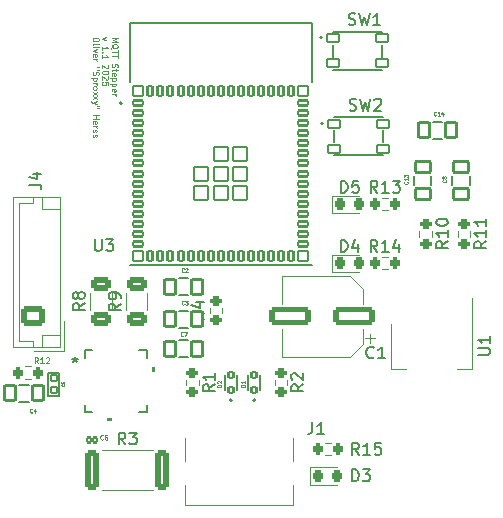
<source format=gto>
G04 #@! TF.GenerationSoftware,KiCad,Pcbnew,7.0.6*
G04 #@! TF.CreationDate,2025-04-22T09:08:53+02:00*
G04 #@! TF.ProjectId,Stepper ESPother3v3reg,53746570-7065-4722-9045-53506f746865,rev?*
G04 #@! TF.SameCoordinates,Original*
G04 #@! TF.FileFunction,Legend,Top*
G04 #@! TF.FilePolarity,Positive*
%FSLAX46Y46*%
G04 Gerber Fmt 4.6, Leading zero omitted, Abs format (unit mm)*
G04 Created by KiCad (PCBNEW 7.0.6) date 2025-04-22 09:08:53*
%MOMM*%
%LPD*%
G01*
G04 APERTURE LIST*
G04 Aperture macros list*
%AMRoundRect*
0 Rectangle with rounded corners*
0 $1 Rounding radius*
0 $2 $3 $4 $5 $6 $7 $8 $9 X,Y pos of 4 corners*
0 Add a 4 corners polygon primitive as box body*
4,1,4,$2,$3,$4,$5,$6,$7,$8,$9,$2,$3,0*
0 Add four circle primitives for the rounded corners*
1,1,$1+$1,$2,$3*
1,1,$1+$1,$4,$5*
1,1,$1+$1,$6,$7*
1,1,$1+$1,$8,$9*
0 Add four rect primitives between the rounded corners*
20,1,$1+$1,$2,$3,$4,$5,0*
20,1,$1+$1,$4,$5,$6,$7,0*
20,1,$1+$1,$6,$7,$8,$9,0*
20,1,$1+$1,$8,$9,$2,$3,0*%
G04 Aperture macros list end*
%ADD10C,0.062500*%
%ADD11C,0.150000*%
%ADD12C,0.080000*%
%ADD13C,0.125000*%
%ADD14C,0.098425*%
%ADD15C,0.060000*%
%ADD16C,0.152400*%
%ADD17C,0.120000*%
%ADD18C,0.200000*%
%ADD19C,0.127000*%
%ADD20C,0.010000*%
%ADD21R,0.762000X0.254000*%
%ADD22R,0.254000X0.762000*%
%ADD23R,3.800000X3.800000*%
%ADD24R,1.500000X2.000000*%
%ADD25R,3.800000X2.000000*%
%ADD26RoundRect,0.102000X0.450000X0.650000X-0.450000X0.650000X-0.450000X-0.650000X0.450000X-0.650000X0*%
%ADD27RoundRect,0.200000X0.200000X0.275000X-0.200000X0.275000X-0.200000X-0.275000X0.200000X-0.275000X0*%
%ADD28RoundRect,0.250000X0.625000X-0.312500X0.625000X0.312500X-0.625000X0.312500X-0.625000X-0.312500X0*%
%ADD29RoundRect,0.102000X-0.190000X-0.200000X0.190000X-0.200000X0.190000X0.200000X-0.190000X0.200000X0*%
%ADD30RoundRect,0.102000X-0.450000X-0.650000X0.450000X-0.650000X0.450000X0.650000X-0.450000X0.650000X0*%
%ADD31RoundRect,0.200000X-0.275000X0.200000X-0.275000X-0.200000X0.275000X-0.200000X0.275000X0.200000X0*%
%ADD32RoundRect,0.250000X0.725000X-0.600000X0.725000X0.600000X-0.725000X0.600000X-0.725000X-0.600000X0*%
%ADD33O,1.950000X1.700000*%
%ADD34RoundRect,0.102000X0.650000X-0.450000X0.650000X0.450000X-0.650000X0.450000X-0.650000X-0.450000X0*%
%ADD35RoundRect,0.218750X-0.218750X-0.256250X0.218750X-0.256250X0.218750X0.256250X-0.218750X0.256250X0*%
%ADD36RoundRect,0.102000X-0.400000X-0.200000X0.400000X-0.200000X0.400000X0.200000X-0.400000X0.200000X0*%
%ADD37RoundRect,0.102000X-0.200000X-0.400000X0.200000X-0.400000X0.200000X0.400000X-0.200000X0.400000X0*%
%ADD38RoundRect,0.102000X-0.600000X-0.600000X0.600000X-0.600000X0.600000X0.600000X-0.600000X0.600000X0*%
%ADD39RoundRect,0.102000X-0.400000X-0.400000X0.400000X-0.400000X0.400000X0.400000X-0.400000X0.400000X0*%
%ADD40RoundRect,0.102000X-0.525000X-0.325000X0.525000X-0.325000X0.525000X0.325000X-0.525000X0.325000X0*%
%ADD41RoundRect,0.250000X-0.362500X-1.425000X0.362500X-1.425000X0.362500X1.425000X-0.362500X1.425000X0*%
%ADD42RoundRect,0.200000X-0.200000X-0.275000X0.200000X-0.275000X0.200000X0.275000X-0.200000X0.275000X0*%
%ADD43C,0.650000*%
%ADD44R,0.600000X1.240000*%
%ADD45R,0.300000X1.240000*%
%ADD46O,1.000000X2.100000*%
%ADD47O,1.000000X1.800000*%
%ADD48RoundRect,0.102000X0.200000X-0.240000X0.200000X0.240000X-0.200000X0.240000X-0.200000X-0.240000X0*%
%ADD49RoundRect,0.250000X1.500000X0.550000X-1.500000X0.550000X-1.500000X-0.550000X1.500000X-0.550000X0*%
%ADD50RoundRect,0.102000X-0.250000X0.250000X-0.250000X-0.250000X0.250000X-0.250000X0.250000X0.250000X0*%
G04 APERTURE END LIST*
D10*
X99674440Y-42410165D02*
X100174440Y-42410165D01*
X100174440Y-42410165D02*
X99817297Y-42576832D01*
X99817297Y-42576832D02*
X100174440Y-42743498D01*
X100174440Y-42743498D02*
X99674440Y-42743498D01*
X99626821Y-43314927D02*
X99650630Y-43267308D01*
X99650630Y-43267308D02*
X99698250Y-43219689D01*
X99698250Y-43219689D02*
X99769678Y-43148261D01*
X99769678Y-43148261D02*
X99793488Y-43100642D01*
X99793488Y-43100642D02*
X99793488Y-43053023D01*
X99674440Y-43076832D02*
X99698250Y-43029213D01*
X99698250Y-43029213D02*
X99745869Y-42981594D01*
X99745869Y-42981594D02*
X99841107Y-42957785D01*
X99841107Y-42957785D02*
X100007773Y-42957785D01*
X100007773Y-42957785D02*
X100103011Y-42981594D01*
X100103011Y-42981594D02*
X100150630Y-43029213D01*
X100150630Y-43029213D02*
X100174440Y-43076832D01*
X100174440Y-43076832D02*
X100174440Y-43172070D01*
X100174440Y-43172070D02*
X100150630Y-43219689D01*
X100150630Y-43219689D02*
X100103011Y-43267308D01*
X100103011Y-43267308D02*
X100007773Y-43291118D01*
X100007773Y-43291118D02*
X99841107Y-43291118D01*
X99841107Y-43291118D02*
X99745869Y-43267308D01*
X99745869Y-43267308D02*
X99698250Y-43219689D01*
X99698250Y-43219689D02*
X99674440Y-43172070D01*
X99674440Y-43172070D02*
X99674440Y-43076832D01*
X100174440Y-43433976D02*
X100174440Y-43719690D01*
X99674440Y-43576833D02*
X100174440Y-43576833D01*
X100174440Y-43814928D02*
X100174440Y-44100642D01*
X99674440Y-43957785D02*
X100174440Y-43957785D01*
X99698250Y-44624451D02*
X99674440Y-44695879D01*
X99674440Y-44695879D02*
X99674440Y-44814927D01*
X99674440Y-44814927D02*
X99698250Y-44862546D01*
X99698250Y-44862546D02*
X99722059Y-44886355D01*
X99722059Y-44886355D02*
X99769678Y-44910165D01*
X99769678Y-44910165D02*
X99817297Y-44910165D01*
X99817297Y-44910165D02*
X99864916Y-44886355D01*
X99864916Y-44886355D02*
X99888726Y-44862546D01*
X99888726Y-44862546D02*
X99912535Y-44814927D01*
X99912535Y-44814927D02*
X99936345Y-44719689D01*
X99936345Y-44719689D02*
X99960154Y-44672070D01*
X99960154Y-44672070D02*
X99983964Y-44648260D01*
X99983964Y-44648260D02*
X100031583Y-44624451D01*
X100031583Y-44624451D02*
X100079202Y-44624451D01*
X100079202Y-44624451D02*
X100126821Y-44648260D01*
X100126821Y-44648260D02*
X100150630Y-44672070D01*
X100150630Y-44672070D02*
X100174440Y-44719689D01*
X100174440Y-44719689D02*
X100174440Y-44838736D01*
X100174440Y-44838736D02*
X100150630Y-44910165D01*
X100007773Y-45053022D02*
X100007773Y-45243498D01*
X100174440Y-45124450D02*
X99745869Y-45124450D01*
X99745869Y-45124450D02*
X99698250Y-45148260D01*
X99698250Y-45148260D02*
X99674440Y-45195879D01*
X99674440Y-45195879D02*
X99674440Y-45243498D01*
X99698250Y-45600640D02*
X99674440Y-45553021D01*
X99674440Y-45553021D02*
X99674440Y-45457783D01*
X99674440Y-45457783D02*
X99698250Y-45410164D01*
X99698250Y-45410164D02*
X99745869Y-45386355D01*
X99745869Y-45386355D02*
X99936345Y-45386355D01*
X99936345Y-45386355D02*
X99983964Y-45410164D01*
X99983964Y-45410164D02*
X100007773Y-45457783D01*
X100007773Y-45457783D02*
X100007773Y-45553021D01*
X100007773Y-45553021D02*
X99983964Y-45600640D01*
X99983964Y-45600640D02*
X99936345Y-45624450D01*
X99936345Y-45624450D02*
X99888726Y-45624450D01*
X99888726Y-45624450D02*
X99841107Y-45386355D01*
X100007773Y-45838735D02*
X99507773Y-45838735D01*
X99983964Y-45838735D02*
X100007773Y-45886354D01*
X100007773Y-45886354D02*
X100007773Y-45981592D01*
X100007773Y-45981592D02*
X99983964Y-46029211D01*
X99983964Y-46029211D02*
X99960154Y-46053021D01*
X99960154Y-46053021D02*
X99912535Y-46076830D01*
X99912535Y-46076830D02*
X99769678Y-46076830D01*
X99769678Y-46076830D02*
X99722059Y-46053021D01*
X99722059Y-46053021D02*
X99698250Y-46029211D01*
X99698250Y-46029211D02*
X99674440Y-45981592D01*
X99674440Y-45981592D02*
X99674440Y-45886354D01*
X99674440Y-45886354D02*
X99698250Y-45838735D01*
X100007773Y-46291116D02*
X99507773Y-46291116D01*
X99983964Y-46291116D02*
X100007773Y-46338735D01*
X100007773Y-46338735D02*
X100007773Y-46433973D01*
X100007773Y-46433973D02*
X99983964Y-46481592D01*
X99983964Y-46481592D02*
X99960154Y-46505402D01*
X99960154Y-46505402D02*
X99912535Y-46529211D01*
X99912535Y-46529211D02*
X99769678Y-46529211D01*
X99769678Y-46529211D02*
X99722059Y-46505402D01*
X99722059Y-46505402D02*
X99698250Y-46481592D01*
X99698250Y-46481592D02*
X99674440Y-46433973D01*
X99674440Y-46433973D02*
X99674440Y-46338735D01*
X99674440Y-46338735D02*
X99698250Y-46291116D01*
X99698250Y-46933973D02*
X99674440Y-46886354D01*
X99674440Y-46886354D02*
X99674440Y-46791116D01*
X99674440Y-46791116D02*
X99698250Y-46743497D01*
X99698250Y-46743497D02*
X99745869Y-46719688D01*
X99745869Y-46719688D02*
X99936345Y-46719688D01*
X99936345Y-46719688D02*
X99983964Y-46743497D01*
X99983964Y-46743497D02*
X100007773Y-46791116D01*
X100007773Y-46791116D02*
X100007773Y-46886354D01*
X100007773Y-46886354D02*
X99983964Y-46933973D01*
X99983964Y-46933973D02*
X99936345Y-46957783D01*
X99936345Y-46957783D02*
X99888726Y-46957783D01*
X99888726Y-46957783D02*
X99841107Y-46719688D01*
X99674440Y-47172068D02*
X100007773Y-47172068D01*
X99912535Y-47172068D02*
X99960154Y-47195878D01*
X99960154Y-47195878D02*
X99983964Y-47219687D01*
X99983964Y-47219687D02*
X100007773Y-47267306D01*
X100007773Y-47267306D02*
X100007773Y-47314925D01*
X99202773Y-42362546D02*
X98869440Y-42481594D01*
X98869440Y-42481594D02*
X99202773Y-42600641D01*
X98869440Y-43433974D02*
X98869440Y-43148260D01*
X98869440Y-43291117D02*
X99369440Y-43291117D01*
X99369440Y-43291117D02*
X99298011Y-43243498D01*
X99298011Y-43243498D02*
X99250392Y-43195879D01*
X99250392Y-43195879D02*
X99226583Y-43148260D01*
X98917059Y-43648259D02*
X98893250Y-43672069D01*
X98893250Y-43672069D02*
X98869440Y-43648259D01*
X98869440Y-43648259D02*
X98893250Y-43624450D01*
X98893250Y-43624450D02*
X98917059Y-43648259D01*
X98917059Y-43648259D02*
X98869440Y-43648259D01*
X98869440Y-44148259D02*
X98869440Y-43862545D01*
X98869440Y-44005402D02*
X99369440Y-44005402D01*
X99369440Y-44005402D02*
X99298011Y-43957783D01*
X99298011Y-43957783D02*
X99250392Y-43910164D01*
X99250392Y-43910164D02*
X99226583Y-43862545D01*
X99321821Y-44719687D02*
X99345630Y-44743496D01*
X99345630Y-44743496D02*
X99369440Y-44791115D01*
X99369440Y-44791115D02*
X99369440Y-44910163D01*
X99369440Y-44910163D02*
X99345630Y-44957782D01*
X99345630Y-44957782D02*
X99321821Y-44981591D01*
X99321821Y-44981591D02*
X99274202Y-45005401D01*
X99274202Y-45005401D02*
X99226583Y-45005401D01*
X99226583Y-45005401D02*
X99155154Y-44981591D01*
X99155154Y-44981591D02*
X98869440Y-44695877D01*
X98869440Y-44695877D02*
X98869440Y-45005401D01*
X99369440Y-45314924D02*
X99369440Y-45362543D01*
X99369440Y-45362543D02*
X99345630Y-45410162D01*
X99345630Y-45410162D02*
X99321821Y-45433972D01*
X99321821Y-45433972D02*
X99274202Y-45457781D01*
X99274202Y-45457781D02*
X99178964Y-45481591D01*
X99178964Y-45481591D02*
X99059916Y-45481591D01*
X99059916Y-45481591D02*
X98964678Y-45457781D01*
X98964678Y-45457781D02*
X98917059Y-45433972D01*
X98917059Y-45433972D02*
X98893250Y-45410162D01*
X98893250Y-45410162D02*
X98869440Y-45362543D01*
X98869440Y-45362543D02*
X98869440Y-45314924D01*
X98869440Y-45314924D02*
X98893250Y-45267305D01*
X98893250Y-45267305D02*
X98917059Y-45243496D01*
X98917059Y-45243496D02*
X98964678Y-45219686D01*
X98964678Y-45219686D02*
X99059916Y-45195877D01*
X99059916Y-45195877D02*
X99178964Y-45195877D01*
X99178964Y-45195877D02*
X99274202Y-45219686D01*
X99274202Y-45219686D02*
X99321821Y-45243496D01*
X99321821Y-45243496D02*
X99345630Y-45267305D01*
X99345630Y-45267305D02*
X99369440Y-45314924D01*
X99321821Y-45672067D02*
X99345630Y-45695876D01*
X99345630Y-45695876D02*
X99369440Y-45743495D01*
X99369440Y-45743495D02*
X99369440Y-45862543D01*
X99369440Y-45862543D02*
X99345630Y-45910162D01*
X99345630Y-45910162D02*
X99321821Y-45933971D01*
X99321821Y-45933971D02*
X99274202Y-45957781D01*
X99274202Y-45957781D02*
X99226583Y-45957781D01*
X99226583Y-45957781D02*
X99155154Y-45933971D01*
X99155154Y-45933971D02*
X98869440Y-45648257D01*
X98869440Y-45648257D02*
X98869440Y-45957781D01*
X99369440Y-46410161D02*
X99369440Y-46172066D01*
X99369440Y-46172066D02*
X99131345Y-46148257D01*
X99131345Y-46148257D02*
X99155154Y-46172066D01*
X99155154Y-46172066D02*
X99178964Y-46219685D01*
X99178964Y-46219685D02*
X99178964Y-46338733D01*
X99178964Y-46338733D02*
X99155154Y-46386352D01*
X99155154Y-46386352D02*
X99131345Y-46410161D01*
X99131345Y-46410161D02*
X99083726Y-46433971D01*
X99083726Y-46433971D02*
X98964678Y-46433971D01*
X98964678Y-46433971D02*
X98917059Y-46410161D01*
X98917059Y-46410161D02*
X98893250Y-46386352D01*
X98893250Y-46386352D02*
X98869440Y-46338733D01*
X98869440Y-46338733D02*
X98869440Y-46219685D01*
X98869440Y-46219685D02*
X98893250Y-46172066D01*
X98893250Y-46172066D02*
X98917059Y-46148257D01*
X98564440Y-42505403D02*
X98564440Y-42600641D01*
X98564440Y-42600641D02*
X98540630Y-42648260D01*
X98540630Y-42648260D02*
X98493011Y-42695879D01*
X98493011Y-42695879D02*
X98397773Y-42719689D01*
X98397773Y-42719689D02*
X98231107Y-42719689D01*
X98231107Y-42719689D02*
X98135869Y-42695879D01*
X98135869Y-42695879D02*
X98088250Y-42648260D01*
X98088250Y-42648260D02*
X98064440Y-42600641D01*
X98064440Y-42600641D02*
X98064440Y-42505403D01*
X98064440Y-42505403D02*
X98088250Y-42457784D01*
X98088250Y-42457784D02*
X98135869Y-42410165D01*
X98135869Y-42410165D02*
X98231107Y-42386356D01*
X98231107Y-42386356D02*
X98397773Y-42386356D01*
X98397773Y-42386356D02*
X98493011Y-42410165D01*
X98493011Y-42410165D02*
X98540630Y-42457784D01*
X98540630Y-42457784D02*
X98564440Y-42505403D01*
X98064440Y-43005404D02*
X98088250Y-42957785D01*
X98088250Y-42957785D02*
X98135869Y-42933975D01*
X98135869Y-42933975D02*
X98564440Y-42933975D01*
X98064440Y-43195880D02*
X98397773Y-43195880D01*
X98564440Y-43195880D02*
X98540630Y-43172071D01*
X98540630Y-43172071D02*
X98516821Y-43195880D01*
X98516821Y-43195880D02*
X98540630Y-43219690D01*
X98540630Y-43219690D02*
X98564440Y-43195880D01*
X98564440Y-43195880D02*
X98516821Y-43195880D01*
X98397773Y-43386356D02*
X98064440Y-43505404D01*
X98064440Y-43505404D02*
X98397773Y-43624451D01*
X98088250Y-44005403D02*
X98064440Y-43957784D01*
X98064440Y-43957784D02*
X98064440Y-43862546D01*
X98064440Y-43862546D02*
X98088250Y-43814927D01*
X98088250Y-43814927D02*
X98135869Y-43791118D01*
X98135869Y-43791118D02*
X98326345Y-43791118D01*
X98326345Y-43791118D02*
X98373964Y-43814927D01*
X98373964Y-43814927D02*
X98397773Y-43862546D01*
X98397773Y-43862546D02*
X98397773Y-43957784D01*
X98397773Y-43957784D02*
X98373964Y-44005403D01*
X98373964Y-44005403D02*
X98326345Y-44029213D01*
X98326345Y-44029213D02*
X98278726Y-44029213D01*
X98278726Y-44029213D02*
X98231107Y-43791118D01*
X98064440Y-44243498D02*
X98397773Y-44243498D01*
X98302535Y-44243498D02*
X98350154Y-44267308D01*
X98350154Y-44267308D02*
X98373964Y-44291117D01*
X98373964Y-44291117D02*
X98397773Y-44338736D01*
X98397773Y-44338736D02*
X98397773Y-44386355D01*
X98564440Y-44910165D02*
X98469202Y-44910165D01*
X98564440Y-45100641D02*
X98469202Y-45100641D01*
X98088250Y-45291117D02*
X98064440Y-45362545D01*
X98064440Y-45362545D02*
X98064440Y-45481593D01*
X98064440Y-45481593D02*
X98088250Y-45529212D01*
X98088250Y-45529212D02*
X98112059Y-45553021D01*
X98112059Y-45553021D02*
X98159678Y-45576831D01*
X98159678Y-45576831D02*
X98207297Y-45576831D01*
X98207297Y-45576831D02*
X98254916Y-45553021D01*
X98254916Y-45553021D02*
X98278726Y-45529212D01*
X98278726Y-45529212D02*
X98302535Y-45481593D01*
X98302535Y-45481593D02*
X98326345Y-45386355D01*
X98326345Y-45386355D02*
X98350154Y-45338736D01*
X98350154Y-45338736D02*
X98373964Y-45314926D01*
X98373964Y-45314926D02*
X98421583Y-45291117D01*
X98421583Y-45291117D02*
X98469202Y-45291117D01*
X98469202Y-45291117D02*
X98516821Y-45314926D01*
X98516821Y-45314926D02*
X98540630Y-45338736D01*
X98540630Y-45338736D02*
X98564440Y-45386355D01*
X98564440Y-45386355D02*
X98564440Y-45505402D01*
X98564440Y-45505402D02*
X98540630Y-45576831D01*
X98397773Y-45791116D02*
X97897773Y-45791116D01*
X98373964Y-45791116D02*
X98397773Y-45838735D01*
X98397773Y-45838735D02*
X98397773Y-45933973D01*
X98397773Y-45933973D02*
X98373964Y-45981592D01*
X98373964Y-45981592D02*
X98350154Y-46005402D01*
X98350154Y-46005402D02*
X98302535Y-46029211D01*
X98302535Y-46029211D02*
X98159678Y-46029211D01*
X98159678Y-46029211D02*
X98112059Y-46005402D01*
X98112059Y-46005402D02*
X98088250Y-45981592D01*
X98088250Y-45981592D02*
X98064440Y-45933973D01*
X98064440Y-45933973D02*
X98064440Y-45838735D01*
X98064440Y-45838735D02*
X98088250Y-45791116D01*
X98064440Y-46243497D02*
X98397773Y-46243497D01*
X98302535Y-46243497D02*
X98350154Y-46267307D01*
X98350154Y-46267307D02*
X98373964Y-46291116D01*
X98373964Y-46291116D02*
X98397773Y-46338735D01*
X98397773Y-46338735D02*
X98397773Y-46386354D01*
X98064440Y-46624450D02*
X98088250Y-46576831D01*
X98088250Y-46576831D02*
X98112059Y-46553021D01*
X98112059Y-46553021D02*
X98159678Y-46529212D01*
X98159678Y-46529212D02*
X98302535Y-46529212D01*
X98302535Y-46529212D02*
X98350154Y-46553021D01*
X98350154Y-46553021D02*
X98373964Y-46576831D01*
X98373964Y-46576831D02*
X98397773Y-46624450D01*
X98397773Y-46624450D02*
X98397773Y-46695878D01*
X98397773Y-46695878D02*
X98373964Y-46743497D01*
X98373964Y-46743497D02*
X98350154Y-46767307D01*
X98350154Y-46767307D02*
X98302535Y-46791116D01*
X98302535Y-46791116D02*
X98159678Y-46791116D01*
X98159678Y-46791116D02*
X98112059Y-46767307D01*
X98112059Y-46767307D02*
X98088250Y-46743497D01*
X98088250Y-46743497D02*
X98064440Y-46695878D01*
X98064440Y-46695878D02*
X98064440Y-46624450D01*
X98064440Y-46957783D02*
X98397773Y-47219688D01*
X98397773Y-46957783D02*
X98064440Y-47219688D01*
X98064440Y-47362545D02*
X98397773Y-47624450D01*
X98397773Y-47362545D02*
X98064440Y-47624450D01*
X98397773Y-47767307D02*
X98064440Y-47886355D01*
X98397773Y-48005402D02*
X98064440Y-47886355D01*
X98064440Y-47886355D02*
X97945392Y-47838736D01*
X97945392Y-47838736D02*
X97921583Y-47814926D01*
X97921583Y-47814926D02*
X97897773Y-47767307D01*
X98564440Y-48172069D02*
X98469202Y-48172069D01*
X98564440Y-48362545D02*
X98469202Y-48362545D01*
X98064440Y-48957782D02*
X98564440Y-48957782D01*
X98326345Y-48957782D02*
X98326345Y-49243496D01*
X98064440Y-49243496D02*
X98564440Y-49243496D01*
X98088250Y-49672068D02*
X98064440Y-49624449D01*
X98064440Y-49624449D02*
X98064440Y-49529211D01*
X98064440Y-49529211D02*
X98088250Y-49481592D01*
X98088250Y-49481592D02*
X98135869Y-49457783D01*
X98135869Y-49457783D02*
X98326345Y-49457783D01*
X98326345Y-49457783D02*
X98373964Y-49481592D01*
X98373964Y-49481592D02*
X98397773Y-49529211D01*
X98397773Y-49529211D02*
X98397773Y-49624449D01*
X98397773Y-49624449D02*
X98373964Y-49672068D01*
X98373964Y-49672068D02*
X98326345Y-49695878D01*
X98326345Y-49695878D02*
X98278726Y-49695878D01*
X98278726Y-49695878D02*
X98231107Y-49457783D01*
X98064440Y-49910163D02*
X98397773Y-49910163D01*
X98302535Y-49910163D02*
X98350154Y-49933973D01*
X98350154Y-49933973D02*
X98373964Y-49957782D01*
X98373964Y-49957782D02*
X98397773Y-50005401D01*
X98397773Y-50005401D02*
X98397773Y-50053020D01*
X98088250Y-50195878D02*
X98064440Y-50243497D01*
X98064440Y-50243497D02*
X98064440Y-50338735D01*
X98064440Y-50338735D02*
X98088250Y-50386354D01*
X98088250Y-50386354D02*
X98135869Y-50410163D01*
X98135869Y-50410163D02*
X98159678Y-50410163D01*
X98159678Y-50410163D02*
X98207297Y-50386354D01*
X98207297Y-50386354D02*
X98231107Y-50338735D01*
X98231107Y-50338735D02*
X98231107Y-50267306D01*
X98231107Y-50267306D02*
X98254916Y-50219687D01*
X98254916Y-50219687D02*
X98302535Y-50195878D01*
X98302535Y-50195878D02*
X98326345Y-50195878D01*
X98326345Y-50195878D02*
X98373964Y-50219687D01*
X98373964Y-50219687D02*
X98397773Y-50267306D01*
X98397773Y-50267306D02*
X98397773Y-50338735D01*
X98397773Y-50338735D02*
X98373964Y-50386354D01*
X98088250Y-50600640D02*
X98064440Y-50648259D01*
X98064440Y-50648259D02*
X98064440Y-50743497D01*
X98064440Y-50743497D02*
X98088250Y-50791116D01*
X98088250Y-50791116D02*
X98135869Y-50814925D01*
X98135869Y-50814925D02*
X98159678Y-50814925D01*
X98159678Y-50814925D02*
X98207297Y-50791116D01*
X98207297Y-50791116D02*
X98231107Y-50743497D01*
X98231107Y-50743497D02*
X98231107Y-50672068D01*
X98231107Y-50672068D02*
X98254916Y-50624449D01*
X98254916Y-50624449D02*
X98302535Y-50600640D01*
X98302535Y-50600640D02*
X98326345Y-50600640D01*
X98326345Y-50600640D02*
X98373964Y-50624449D01*
X98373964Y-50624449D02*
X98397773Y-50672068D01*
X98397773Y-50672068D02*
X98397773Y-50743497D01*
X98397773Y-50743497D02*
X98373964Y-50791116D01*
D11*
X99238095Y-70954819D02*
X99238095Y-71764342D01*
X99238095Y-71764342D02*
X99285714Y-71859580D01*
X99285714Y-71859580D02*
X99333333Y-71907200D01*
X99333333Y-71907200D02*
X99428571Y-71954819D01*
X99428571Y-71954819D02*
X99619047Y-71954819D01*
X99619047Y-71954819D02*
X99714285Y-71907200D01*
X99714285Y-71907200D02*
X99761904Y-71859580D01*
X99761904Y-71859580D02*
X99809523Y-71764342D01*
X99809523Y-71764342D02*
X99809523Y-70954819D01*
X100238095Y-71050057D02*
X100285714Y-71002438D01*
X100285714Y-71002438D02*
X100380952Y-70954819D01*
X100380952Y-70954819D02*
X100619047Y-70954819D01*
X100619047Y-70954819D02*
X100714285Y-71002438D01*
X100714285Y-71002438D02*
X100761904Y-71050057D01*
X100761904Y-71050057D02*
X100809523Y-71145295D01*
X100809523Y-71145295D02*
X100809523Y-71240533D01*
X100809523Y-71240533D02*
X100761904Y-71383390D01*
X100761904Y-71383390D02*
X100190476Y-71954819D01*
X100190476Y-71954819D02*
X100809523Y-71954819D01*
X96558300Y-69454819D02*
X96558300Y-69692914D01*
X96320205Y-69597676D02*
X96558300Y-69692914D01*
X96558300Y-69692914D02*
X96796395Y-69597676D01*
X96415443Y-69883390D02*
X96558300Y-69692914D01*
X96558300Y-69692914D02*
X96701157Y-69883390D01*
X96558300Y-69454819D02*
X96558300Y-69692914D01*
X96320205Y-69597676D02*
X96558300Y-69692914D01*
X96558300Y-69692914D02*
X96796395Y-69597676D01*
X96415443Y-69883390D02*
X96558300Y-69692914D01*
X96558300Y-69692914D02*
X96701157Y-69883390D01*
X130704819Y-69261904D02*
X131514342Y-69261904D01*
X131514342Y-69261904D02*
X131609580Y-69214285D01*
X131609580Y-69214285D02*
X131657200Y-69166666D01*
X131657200Y-69166666D02*
X131704819Y-69071428D01*
X131704819Y-69071428D02*
X131704819Y-68880952D01*
X131704819Y-68880952D02*
X131657200Y-68785714D01*
X131657200Y-68785714D02*
X131609580Y-68738095D01*
X131609580Y-68738095D02*
X131514342Y-68690476D01*
X131514342Y-68690476D02*
X130704819Y-68690476D01*
X131704819Y-67690476D02*
X131704819Y-68261904D01*
X131704819Y-67976190D02*
X130704819Y-67976190D01*
X130704819Y-67976190D02*
X130847676Y-68071428D01*
X130847676Y-68071428D02*
X130942914Y-68166666D01*
X130942914Y-68166666D02*
X130990533Y-68261904D01*
D12*
X105696666Y-67613401D02*
X105681428Y-67628640D01*
X105681428Y-67628640D02*
X105635714Y-67643878D01*
X105635714Y-67643878D02*
X105605238Y-67643878D01*
X105605238Y-67643878D02*
X105559523Y-67628640D01*
X105559523Y-67628640D02*
X105529047Y-67598163D01*
X105529047Y-67598163D02*
X105513809Y-67567687D01*
X105513809Y-67567687D02*
X105498571Y-67506735D01*
X105498571Y-67506735D02*
X105498571Y-67461020D01*
X105498571Y-67461020D02*
X105513809Y-67400068D01*
X105513809Y-67400068D02*
X105529047Y-67369592D01*
X105529047Y-67369592D02*
X105559523Y-67339116D01*
X105559523Y-67339116D02*
X105605238Y-67323878D01*
X105605238Y-67323878D02*
X105635714Y-67323878D01*
X105635714Y-67323878D02*
X105681428Y-67339116D01*
X105681428Y-67339116D02*
X105696666Y-67354354D01*
X105803333Y-67323878D02*
X106016666Y-67323878D01*
X106016666Y-67323878D02*
X105879523Y-67643878D01*
D13*
X93428571Y-69974809D02*
X93261905Y-69736714D01*
X93142857Y-69974809D02*
X93142857Y-69474809D01*
X93142857Y-69474809D02*
X93333333Y-69474809D01*
X93333333Y-69474809D02*
X93380952Y-69498619D01*
X93380952Y-69498619D02*
X93404762Y-69522428D01*
X93404762Y-69522428D02*
X93428571Y-69570047D01*
X93428571Y-69570047D02*
X93428571Y-69641476D01*
X93428571Y-69641476D02*
X93404762Y-69689095D01*
X93404762Y-69689095D02*
X93380952Y-69712904D01*
X93380952Y-69712904D02*
X93333333Y-69736714D01*
X93333333Y-69736714D02*
X93142857Y-69736714D01*
X93904762Y-69974809D02*
X93619048Y-69974809D01*
X93761905Y-69974809D02*
X93761905Y-69474809D01*
X93761905Y-69474809D02*
X93714286Y-69546238D01*
X93714286Y-69546238D02*
X93666667Y-69593857D01*
X93666667Y-69593857D02*
X93619048Y-69617666D01*
X94095238Y-69522428D02*
X94119047Y-69498619D01*
X94119047Y-69498619D02*
X94166666Y-69474809D01*
X94166666Y-69474809D02*
X94285714Y-69474809D01*
X94285714Y-69474809D02*
X94333333Y-69498619D01*
X94333333Y-69498619D02*
X94357142Y-69522428D01*
X94357142Y-69522428D02*
X94380952Y-69570047D01*
X94380952Y-69570047D02*
X94380952Y-69617666D01*
X94380952Y-69617666D02*
X94357142Y-69689095D01*
X94357142Y-69689095D02*
X94071428Y-69974809D01*
X94071428Y-69974809D02*
X94380952Y-69974809D01*
D11*
X100424819Y-64916666D02*
X99948628Y-65249999D01*
X100424819Y-65488094D02*
X99424819Y-65488094D01*
X99424819Y-65488094D02*
X99424819Y-65107142D01*
X99424819Y-65107142D02*
X99472438Y-65011904D01*
X99472438Y-65011904D02*
X99520057Y-64964285D01*
X99520057Y-64964285D02*
X99615295Y-64916666D01*
X99615295Y-64916666D02*
X99758152Y-64916666D01*
X99758152Y-64916666D02*
X99853390Y-64964285D01*
X99853390Y-64964285D02*
X99901009Y-65011904D01*
X99901009Y-65011904D02*
X99948628Y-65107142D01*
X99948628Y-65107142D02*
X99948628Y-65488094D01*
X100424819Y-64440475D02*
X100424819Y-64249999D01*
X100424819Y-64249999D02*
X100377200Y-64154761D01*
X100377200Y-64154761D02*
X100329580Y-64107142D01*
X100329580Y-64107142D02*
X100186723Y-64011904D01*
X100186723Y-64011904D02*
X99996247Y-63964285D01*
X99996247Y-63964285D02*
X99615295Y-63964285D01*
X99615295Y-63964285D02*
X99520057Y-64011904D01*
X99520057Y-64011904D02*
X99472438Y-64059523D01*
X99472438Y-64059523D02*
X99424819Y-64154761D01*
X99424819Y-64154761D02*
X99424819Y-64345237D01*
X99424819Y-64345237D02*
X99472438Y-64440475D01*
X99472438Y-64440475D02*
X99520057Y-64488094D01*
X99520057Y-64488094D02*
X99615295Y-64535713D01*
X99615295Y-64535713D02*
X99853390Y-64535713D01*
X99853390Y-64535713D02*
X99948628Y-64488094D01*
X99948628Y-64488094D02*
X99996247Y-64440475D01*
X99996247Y-64440475D02*
X100043866Y-64345237D01*
X100043866Y-64345237D02*
X100043866Y-64154761D01*
X100043866Y-64154761D02*
X99996247Y-64059523D01*
X99996247Y-64059523D02*
X99948628Y-64011904D01*
X99948628Y-64011904D02*
X99853390Y-63964285D01*
D14*
X98934383Y-76389519D02*
X98915635Y-76408267D01*
X98915635Y-76408267D02*
X98859392Y-76427014D01*
X98859392Y-76427014D02*
X98821897Y-76427014D01*
X98821897Y-76427014D02*
X98765654Y-76408267D01*
X98765654Y-76408267D02*
X98728159Y-76370771D01*
X98728159Y-76370771D02*
X98709411Y-76333276D01*
X98709411Y-76333276D02*
X98690663Y-76258285D01*
X98690663Y-76258285D02*
X98690663Y-76202042D01*
X98690663Y-76202042D02*
X98709411Y-76127052D01*
X98709411Y-76127052D02*
X98728159Y-76089556D01*
X98728159Y-76089556D02*
X98765654Y-76052061D01*
X98765654Y-76052061D02*
X98821897Y-76033313D01*
X98821897Y-76033313D02*
X98859392Y-76033313D01*
X98859392Y-76033313D02*
X98915635Y-76052061D01*
X98915635Y-76052061D02*
X98934383Y-76070809D01*
X99271841Y-76033313D02*
X99196850Y-76033313D01*
X99196850Y-76033313D02*
X99159355Y-76052061D01*
X99159355Y-76052061D02*
X99140607Y-76070809D01*
X99140607Y-76070809D02*
X99103112Y-76127052D01*
X99103112Y-76127052D02*
X99084364Y-76202042D01*
X99084364Y-76202042D02*
X99084364Y-76352024D01*
X99084364Y-76352024D02*
X99103112Y-76389519D01*
X99103112Y-76389519D02*
X99121860Y-76408267D01*
X99121860Y-76408267D02*
X99159355Y-76427014D01*
X99159355Y-76427014D02*
X99234346Y-76427014D01*
X99234346Y-76427014D02*
X99271841Y-76408267D01*
X99271841Y-76408267D02*
X99290589Y-76389519D01*
X99290589Y-76389519D02*
X99309336Y-76352024D01*
X99309336Y-76352024D02*
X99309336Y-76258285D01*
X99309336Y-76258285D02*
X99290589Y-76220790D01*
X99290589Y-76220790D02*
X99271841Y-76202042D01*
X99271841Y-76202042D02*
X99234346Y-76183295D01*
X99234346Y-76183295D02*
X99159355Y-76183295D01*
X99159355Y-76183295D02*
X99121860Y-76202042D01*
X99121860Y-76202042D02*
X99103112Y-76220790D01*
X99103112Y-76220790D02*
X99084364Y-76258285D01*
D12*
X127144285Y-48960201D02*
X127129047Y-48975440D01*
X127129047Y-48975440D02*
X127083333Y-48990678D01*
X127083333Y-48990678D02*
X127052857Y-48990678D01*
X127052857Y-48990678D02*
X127007142Y-48975440D01*
X127007142Y-48975440D02*
X126976666Y-48944963D01*
X126976666Y-48944963D02*
X126961428Y-48914487D01*
X126961428Y-48914487D02*
X126946190Y-48853535D01*
X126946190Y-48853535D02*
X126946190Y-48807820D01*
X126946190Y-48807820D02*
X126961428Y-48746868D01*
X126961428Y-48746868D02*
X126976666Y-48716392D01*
X126976666Y-48716392D02*
X127007142Y-48685916D01*
X127007142Y-48685916D02*
X127052857Y-48670678D01*
X127052857Y-48670678D02*
X127083333Y-48670678D01*
X127083333Y-48670678D02*
X127129047Y-48685916D01*
X127129047Y-48685916D02*
X127144285Y-48701154D01*
X127449047Y-48990678D02*
X127266190Y-48990678D01*
X127357618Y-48990678D02*
X127357618Y-48670678D01*
X127357618Y-48670678D02*
X127327142Y-48716392D01*
X127327142Y-48716392D02*
X127296666Y-48746868D01*
X127296666Y-48746868D02*
X127266190Y-48762106D01*
X127723333Y-48777344D02*
X127723333Y-48990678D01*
X127647142Y-48655440D02*
X127570952Y-48884011D01*
X127570952Y-48884011D02*
X127769047Y-48884011D01*
D11*
X128134819Y-59642857D02*
X127658628Y-59976190D01*
X128134819Y-60214285D02*
X127134819Y-60214285D01*
X127134819Y-60214285D02*
X127134819Y-59833333D01*
X127134819Y-59833333D02*
X127182438Y-59738095D01*
X127182438Y-59738095D02*
X127230057Y-59690476D01*
X127230057Y-59690476D02*
X127325295Y-59642857D01*
X127325295Y-59642857D02*
X127468152Y-59642857D01*
X127468152Y-59642857D02*
X127563390Y-59690476D01*
X127563390Y-59690476D02*
X127611009Y-59738095D01*
X127611009Y-59738095D02*
X127658628Y-59833333D01*
X127658628Y-59833333D02*
X127658628Y-60214285D01*
X128134819Y-58690476D02*
X128134819Y-59261904D01*
X128134819Y-58976190D02*
X127134819Y-58976190D01*
X127134819Y-58976190D02*
X127277676Y-59071428D01*
X127277676Y-59071428D02*
X127372914Y-59166666D01*
X127372914Y-59166666D02*
X127420533Y-59261904D01*
X127134819Y-58071428D02*
X127134819Y-57976190D01*
X127134819Y-57976190D02*
X127182438Y-57880952D01*
X127182438Y-57880952D02*
X127230057Y-57833333D01*
X127230057Y-57833333D02*
X127325295Y-57785714D01*
X127325295Y-57785714D02*
X127515771Y-57738095D01*
X127515771Y-57738095D02*
X127753866Y-57738095D01*
X127753866Y-57738095D02*
X127944342Y-57785714D01*
X127944342Y-57785714D02*
X128039580Y-57833333D01*
X128039580Y-57833333D02*
X128087200Y-57880952D01*
X128087200Y-57880952D02*
X128134819Y-57976190D01*
X128134819Y-57976190D02*
X128134819Y-58071428D01*
X128134819Y-58071428D02*
X128087200Y-58166666D01*
X128087200Y-58166666D02*
X128039580Y-58214285D01*
X128039580Y-58214285D02*
X127944342Y-58261904D01*
X127944342Y-58261904D02*
X127753866Y-58309523D01*
X127753866Y-58309523D02*
X127515771Y-58309523D01*
X127515771Y-58309523D02*
X127325295Y-58261904D01*
X127325295Y-58261904D02*
X127230057Y-58214285D01*
X127230057Y-58214285D02*
X127182438Y-58166666D01*
X127182438Y-58166666D02*
X127134819Y-58071428D01*
X92704819Y-54833333D02*
X93419104Y-54833333D01*
X93419104Y-54833333D02*
X93561961Y-54880952D01*
X93561961Y-54880952D02*
X93657200Y-54976190D01*
X93657200Y-54976190D02*
X93704819Y-55119047D01*
X93704819Y-55119047D02*
X93704819Y-55214285D01*
X93038152Y-53928571D02*
X93704819Y-53928571D01*
X92657200Y-54166666D02*
X93371485Y-54404761D01*
X93371485Y-54404761D02*
X93371485Y-53785714D01*
X131384819Y-59642857D02*
X130908628Y-59976190D01*
X131384819Y-60214285D02*
X130384819Y-60214285D01*
X130384819Y-60214285D02*
X130384819Y-59833333D01*
X130384819Y-59833333D02*
X130432438Y-59738095D01*
X130432438Y-59738095D02*
X130480057Y-59690476D01*
X130480057Y-59690476D02*
X130575295Y-59642857D01*
X130575295Y-59642857D02*
X130718152Y-59642857D01*
X130718152Y-59642857D02*
X130813390Y-59690476D01*
X130813390Y-59690476D02*
X130861009Y-59738095D01*
X130861009Y-59738095D02*
X130908628Y-59833333D01*
X130908628Y-59833333D02*
X130908628Y-60214285D01*
X131384819Y-58690476D02*
X131384819Y-59261904D01*
X131384819Y-58976190D02*
X130384819Y-58976190D01*
X130384819Y-58976190D02*
X130527676Y-59071428D01*
X130527676Y-59071428D02*
X130622914Y-59166666D01*
X130622914Y-59166666D02*
X130670533Y-59261904D01*
X131384819Y-57738095D02*
X131384819Y-58309523D01*
X131384819Y-58023809D02*
X130384819Y-58023809D01*
X130384819Y-58023809D02*
X130527676Y-58119047D01*
X130527676Y-58119047D02*
X130622914Y-58214285D01*
X130622914Y-58214285D02*
X130670533Y-58309523D01*
D12*
X124710201Y-54605714D02*
X124725440Y-54620952D01*
X124725440Y-54620952D02*
X124740678Y-54666666D01*
X124740678Y-54666666D02*
X124740678Y-54697142D01*
X124740678Y-54697142D02*
X124725440Y-54742857D01*
X124725440Y-54742857D02*
X124694963Y-54773333D01*
X124694963Y-54773333D02*
X124664487Y-54788571D01*
X124664487Y-54788571D02*
X124603535Y-54803809D01*
X124603535Y-54803809D02*
X124557820Y-54803809D01*
X124557820Y-54803809D02*
X124496868Y-54788571D01*
X124496868Y-54788571D02*
X124466392Y-54773333D01*
X124466392Y-54773333D02*
X124435916Y-54742857D01*
X124435916Y-54742857D02*
X124420678Y-54697142D01*
X124420678Y-54697142D02*
X124420678Y-54666666D01*
X124420678Y-54666666D02*
X124435916Y-54620952D01*
X124435916Y-54620952D02*
X124451154Y-54605714D01*
X124740678Y-54300952D02*
X124740678Y-54483809D01*
X124740678Y-54392381D02*
X124420678Y-54392381D01*
X124420678Y-54392381D02*
X124466392Y-54422857D01*
X124466392Y-54422857D02*
X124496868Y-54453333D01*
X124496868Y-54453333D02*
X124512106Y-54483809D01*
X124420678Y-54194285D02*
X124420678Y-53996190D01*
X124420678Y-53996190D02*
X124542582Y-54102857D01*
X124542582Y-54102857D02*
X124542582Y-54057142D01*
X124542582Y-54057142D02*
X124557820Y-54026666D01*
X124557820Y-54026666D02*
X124573059Y-54011428D01*
X124573059Y-54011428D02*
X124603535Y-53996190D01*
X124603535Y-53996190D02*
X124679725Y-53996190D01*
X124679725Y-53996190D02*
X124710201Y-54011428D01*
X124710201Y-54011428D02*
X124725440Y-54026666D01*
X124725440Y-54026666D02*
X124740678Y-54057142D01*
X124740678Y-54057142D02*
X124740678Y-54148571D01*
X124740678Y-54148571D02*
X124725440Y-54179047D01*
X124725440Y-54179047D02*
X124710201Y-54194285D01*
D11*
X115884819Y-71756666D02*
X115408628Y-72089999D01*
X115884819Y-72328094D02*
X114884819Y-72328094D01*
X114884819Y-72328094D02*
X114884819Y-71947142D01*
X114884819Y-71947142D02*
X114932438Y-71851904D01*
X114932438Y-71851904D02*
X114980057Y-71804285D01*
X114980057Y-71804285D02*
X115075295Y-71756666D01*
X115075295Y-71756666D02*
X115218152Y-71756666D01*
X115218152Y-71756666D02*
X115313390Y-71804285D01*
X115313390Y-71804285D02*
X115361009Y-71851904D01*
X115361009Y-71851904D02*
X115408628Y-71947142D01*
X115408628Y-71947142D02*
X115408628Y-72328094D01*
X114980057Y-71375713D02*
X114932438Y-71328094D01*
X114932438Y-71328094D02*
X114884819Y-71232856D01*
X114884819Y-71232856D02*
X114884819Y-70994761D01*
X114884819Y-70994761D02*
X114932438Y-70899523D01*
X114932438Y-70899523D02*
X114980057Y-70851904D01*
X114980057Y-70851904D02*
X115075295Y-70804285D01*
X115075295Y-70804285D02*
X115170533Y-70804285D01*
X115170533Y-70804285D02*
X115313390Y-70851904D01*
X115313390Y-70851904D02*
X115884819Y-71423332D01*
X115884819Y-71423332D02*
X115884819Y-70804285D01*
X119071905Y-55524819D02*
X119071905Y-54524819D01*
X119071905Y-54524819D02*
X119310000Y-54524819D01*
X119310000Y-54524819D02*
X119452857Y-54572438D01*
X119452857Y-54572438D02*
X119548095Y-54667676D01*
X119548095Y-54667676D02*
X119595714Y-54762914D01*
X119595714Y-54762914D02*
X119643333Y-54953390D01*
X119643333Y-54953390D02*
X119643333Y-55096247D01*
X119643333Y-55096247D02*
X119595714Y-55286723D01*
X119595714Y-55286723D02*
X119548095Y-55381961D01*
X119548095Y-55381961D02*
X119452857Y-55477200D01*
X119452857Y-55477200D02*
X119310000Y-55524819D01*
X119310000Y-55524819D02*
X119071905Y-55524819D01*
X120548095Y-54524819D02*
X120071905Y-54524819D01*
X120071905Y-54524819D02*
X120024286Y-55001009D01*
X120024286Y-55001009D02*
X120071905Y-54953390D01*
X120071905Y-54953390D02*
X120167143Y-54905771D01*
X120167143Y-54905771D02*
X120405238Y-54905771D01*
X120405238Y-54905771D02*
X120500476Y-54953390D01*
X120500476Y-54953390D02*
X120548095Y-55001009D01*
X120548095Y-55001009D02*
X120595714Y-55096247D01*
X120595714Y-55096247D02*
X120595714Y-55334342D01*
X120595714Y-55334342D02*
X120548095Y-55429580D01*
X120548095Y-55429580D02*
X120500476Y-55477200D01*
X120500476Y-55477200D02*
X120405238Y-55524819D01*
X120405238Y-55524819D02*
X120167143Y-55524819D01*
X120167143Y-55524819D02*
X120071905Y-55477200D01*
X120071905Y-55477200D02*
X120024286Y-55429580D01*
X98238095Y-59454819D02*
X98238095Y-60264342D01*
X98238095Y-60264342D02*
X98285714Y-60359580D01*
X98285714Y-60359580D02*
X98333333Y-60407200D01*
X98333333Y-60407200D02*
X98428571Y-60454819D01*
X98428571Y-60454819D02*
X98619047Y-60454819D01*
X98619047Y-60454819D02*
X98714285Y-60407200D01*
X98714285Y-60407200D02*
X98761904Y-60359580D01*
X98761904Y-60359580D02*
X98809523Y-60264342D01*
X98809523Y-60264342D02*
X98809523Y-59454819D01*
X99190476Y-59454819D02*
X99809523Y-59454819D01*
X99809523Y-59454819D02*
X99476190Y-59835771D01*
X99476190Y-59835771D02*
X99619047Y-59835771D01*
X99619047Y-59835771D02*
X99714285Y-59883390D01*
X99714285Y-59883390D02*
X99761904Y-59931009D01*
X99761904Y-59931009D02*
X99809523Y-60026247D01*
X99809523Y-60026247D02*
X99809523Y-60264342D01*
X99809523Y-60264342D02*
X99761904Y-60359580D01*
X99761904Y-60359580D02*
X99714285Y-60407200D01*
X99714285Y-60407200D02*
X99619047Y-60454819D01*
X99619047Y-60454819D02*
X99333333Y-60454819D01*
X99333333Y-60454819D02*
X99238095Y-60407200D01*
X99238095Y-60407200D02*
X99190476Y-60359580D01*
X119816667Y-48522200D02*
X119959524Y-48569819D01*
X119959524Y-48569819D02*
X120197619Y-48569819D01*
X120197619Y-48569819D02*
X120292857Y-48522200D01*
X120292857Y-48522200D02*
X120340476Y-48474580D01*
X120340476Y-48474580D02*
X120388095Y-48379342D01*
X120388095Y-48379342D02*
X120388095Y-48284104D01*
X120388095Y-48284104D02*
X120340476Y-48188866D01*
X120340476Y-48188866D02*
X120292857Y-48141247D01*
X120292857Y-48141247D02*
X120197619Y-48093628D01*
X120197619Y-48093628D02*
X120007143Y-48046009D01*
X120007143Y-48046009D02*
X119911905Y-47998390D01*
X119911905Y-47998390D02*
X119864286Y-47950771D01*
X119864286Y-47950771D02*
X119816667Y-47855533D01*
X119816667Y-47855533D02*
X119816667Y-47760295D01*
X119816667Y-47760295D02*
X119864286Y-47665057D01*
X119864286Y-47665057D02*
X119911905Y-47617438D01*
X119911905Y-47617438D02*
X120007143Y-47569819D01*
X120007143Y-47569819D02*
X120245238Y-47569819D01*
X120245238Y-47569819D02*
X120388095Y-47617438D01*
X120721429Y-47569819D02*
X120959524Y-48569819D01*
X120959524Y-48569819D02*
X121150000Y-47855533D01*
X121150000Y-47855533D02*
X121340476Y-48569819D01*
X121340476Y-48569819D02*
X121578572Y-47569819D01*
X121911905Y-47665057D02*
X121959524Y-47617438D01*
X121959524Y-47617438D02*
X122054762Y-47569819D01*
X122054762Y-47569819D02*
X122292857Y-47569819D01*
X122292857Y-47569819D02*
X122388095Y-47617438D01*
X122388095Y-47617438D02*
X122435714Y-47665057D01*
X122435714Y-47665057D02*
X122483333Y-47760295D01*
X122483333Y-47760295D02*
X122483333Y-47855533D01*
X122483333Y-47855533D02*
X122435714Y-47998390D01*
X122435714Y-47998390D02*
X121864286Y-48569819D01*
X121864286Y-48569819D02*
X122483333Y-48569819D01*
X100833333Y-76834819D02*
X100500000Y-76358628D01*
X100261905Y-76834819D02*
X100261905Y-75834819D01*
X100261905Y-75834819D02*
X100642857Y-75834819D01*
X100642857Y-75834819D02*
X100738095Y-75882438D01*
X100738095Y-75882438D02*
X100785714Y-75930057D01*
X100785714Y-75930057D02*
X100833333Y-76025295D01*
X100833333Y-76025295D02*
X100833333Y-76168152D01*
X100833333Y-76168152D02*
X100785714Y-76263390D01*
X100785714Y-76263390D02*
X100738095Y-76311009D01*
X100738095Y-76311009D02*
X100642857Y-76358628D01*
X100642857Y-76358628D02*
X100261905Y-76358628D01*
X101166667Y-75834819D02*
X101785714Y-75834819D01*
X101785714Y-75834819D02*
X101452381Y-76215771D01*
X101452381Y-76215771D02*
X101595238Y-76215771D01*
X101595238Y-76215771D02*
X101690476Y-76263390D01*
X101690476Y-76263390D02*
X101738095Y-76311009D01*
X101738095Y-76311009D02*
X101785714Y-76406247D01*
X101785714Y-76406247D02*
X101785714Y-76644342D01*
X101785714Y-76644342D02*
X101738095Y-76739580D01*
X101738095Y-76739580D02*
X101690476Y-76787200D01*
X101690476Y-76787200D02*
X101595238Y-76834819D01*
X101595238Y-76834819D02*
X101309524Y-76834819D01*
X101309524Y-76834819D02*
X101214286Y-76787200D01*
X101214286Y-76787200D02*
X101166667Y-76739580D01*
X120607142Y-77704819D02*
X120273809Y-77228628D01*
X120035714Y-77704819D02*
X120035714Y-76704819D01*
X120035714Y-76704819D02*
X120416666Y-76704819D01*
X120416666Y-76704819D02*
X120511904Y-76752438D01*
X120511904Y-76752438D02*
X120559523Y-76800057D01*
X120559523Y-76800057D02*
X120607142Y-76895295D01*
X120607142Y-76895295D02*
X120607142Y-77038152D01*
X120607142Y-77038152D02*
X120559523Y-77133390D01*
X120559523Y-77133390D02*
X120511904Y-77181009D01*
X120511904Y-77181009D02*
X120416666Y-77228628D01*
X120416666Y-77228628D02*
X120035714Y-77228628D01*
X121559523Y-77704819D02*
X120988095Y-77704819D01*
X121273809Y-77704819D02*
X121273809Y-76704819D01*
X121273809Y-76704819D02*
X121178571Y-76847676D01*
X121178571Y-76847676D02*
X121083333Y-76942914D01*
X121083333Y-76942914D02*
X120988095Y-76990533D01*
X122464285Y-76704819D02*
X121988095Y-76704819D01*
X121988095Y-76704819D02*
X121940476Y-77181009D01*
X121940476Y-77181009D02*
X121988095Y-77133390D01*
X121988095Y-77133390D02*
X122083333Y-77085771D01*
X122083333Y-77085771D02*
X122321428Y-77085771D01*
X122321428Y-77085771D02*
X122416666Y-77133390D01*
X122416666Y-77133390D02*
X122464285Y-77181009D01*
X122464285Y-77181009D02*
X122511904Y-77276247D01*
X122511904Y-77276247D02*
X122511904Y-77514342D01*
X122511904Y-77514342D02*
X122464285Y-77609580D01*
X122464285Y-77609580D02*
X122416666Y-77657200D01*
X122416666Y-77657200D02*
X122321428Y-77704819D01*
X122321428Y-77704819D02*
X122083333Y-77704819D01*
X122083333Y-77704819D02*
X121988095Y-77657200D01*
X121988095Y-77657200D02*
X121940476Y-77609580D01*
X120011905Y-79954819D02*
X120011905Y-78954819D01*
X120011905Y-78954819D02*
X120250000Y-78954819D01*
X120250000Y-78954819D02*
X120392857Y-79002438D01*
X120392857Y-79002438D02*
X120488095Y-79097676D01*
X120488095Y-79097676D02*
X120535714Y-79192914D01*
X120535714Y-79192914D02*
X120583333Y-79383390D01*
X120583333Y-79383390D02*
X120583333Y-79526247D01*
X120583333Y-79526247D02*
X120535714Y-79716723D01*
X120535714Y-79716723D02*
X120488095Y-79811961D01*
X120488095Y-79811961D02*
X120392857Y-79907200D01*
X120392857Y-79907200D02*
X120250000Y-79954819D01*
X120250000Y-79954819D02*
X120011905Y-79954819D01*
X120916667Y-78954819D02*
X121535714Y-78954819D01*
X121535714Y-78954819D02*
X121202381Y-79335771D01*
X121202381Y-79335771D02*
X121345238Y-79335771D01*
X121345238Y-79335771D02*
X121440476Y-79383390D01*
X121440476Y-79383390D02*
X121488095Y-79431009D01*
X121488095Y-79431009D02*
X121535714Y-79526247D01*
X121535714Y-79526247D02*
X121535714Y-79764342D01*
X121535714Y-79764342D02*
X121488095Y-79859580D01*
X121488095Y-79859580D02*
X121440476Y-79907200D01*
X121440476Y-79907200D02*
X121345238Y-79954819D01*
X121345238Y-79954819D02*
X121059524Y-79954819D01*
X121059524Y-79954819D02*
X120964286Y-79907200D01*
X120964286Y-79907200D02*
X120916667Y-79859580D01*
X119071905Y-60524819D02*
X119071905Y-59524819D01*
X119071905Y-59524819D02*
X119310000Y-59524819D01*
X119310000Y-59524819D02*
X119452857Y-59572438D01*
X119452857Y-59572438D02*
X119548095Y-59667676D01*
X119548095Y-59667676D02*
X119595714Y-59762914D01*
X119595714Y-59762914D02*
X119643333Y-59953390D01*
X119643333Y-59953390D02*
X119643333Y-60096247D01*
X119643333Y-60096247D02*
X119595714Y-60286723D01*
X119595714Y-60286723D02*
X119548095Y-60381961D01*
X119548095Y-60381961D02*
X119452857Y-60477200D01*
X119452857Y-60477200D02*
X119310000Y-60524819D01*
X119310000Y-60524819D02*
X119071905Y-60524819D01*
X120500476Y-59858152D02*
X120500476Y-60524819D01*
X120262381Y-59477200D02*
X120024286Y-60191485D01*
X120024286Y-60191485D02*
X120643333Y-60191485D01*
X122167142Y-60524819D02*
X121833809Y-60048628D01*
X121595714Y-60524819D02*
X121595714Y-59524819D01*
X121595714Y-59524819D02*
X121976666Y-59524819D01*
X121976666Y-59524819D02*
X122071904Y-59572438D01*
X122071904Y-59572438D02*
X122119523Y-59620057D01*
X122119523Y-59620057D02*
X122167142Y-59715295D01*
X122167142Y-59715295D02*
X122167142Y-59858152D01*
X122167142Y-59858152D02*
X122119523Y-59953390D01*
X122119523Y-59953390D02*
X122071904Y-60001009D01*
X122071904Y-60001009D02*
X121976666Y-60048628D01*
X121976666Y-60048628D02*
X121595714Y-60048628D01*
X123119523Y-60524819D02*
X122548095Y-60524819D01*
X122833809Y-60524819D02*
X122833809Y-59524819D01*
X122833809Y-59524819D02*
X122738571Y-59667676D01*
X122738571Y-59667676D02*
X122643333Y-59762914D01*
X122643333Y-59762914D02*
X122548095Y-59810533D01*
X123976666Y-59858152D02*
X123976666Y-60524819D01*
X123738571Y-59477200D02*
X123500476Y-60191485D01*
X123500476Y-60191485D02*
X124119523Y-60191485D01*
X116666666Y-74954819D02*
X116666666Y-75669104D01*
X116666666Y-75669104D02*
X116619047Y-75811961D01*
X116619047Y-75811961D02*
X116523809Y-75907200D01*
X116523809Y-75907200D02*
X116380952Y-75954819D01*
X116380952Y-75954819D02*
X116285714Y-75954819D01*
X117666666Y-75954819D02*
X117095238Y-75954819D01*
X117380952Y-75954819D02*
X117380952Y-74954819D01*
X117380952Y-74954819D02*
X117285714Y-75097676D01*
X117285714Y-75097676D02*
X117190476Y-75192914D01*
X117190476Y-75192914D02*
X117095238Y-75240533D01*
X97384819Y-64879166D02*
X96908628Y-65212499D01*
X97384819Y-65450594D02*
X96384819Y-65450594D01*
X96384819Y-65450594D02*
X96384819Y-65069642D01*
X96384819Y-65069642D02*
X96432438Y-64974404D01*
X96432438Y-64974404D02*
X96480057Y-64926785D01*
X96480057Y-64926785D02*
X96575295Y-64879166D01*
X96575295Y-64879166D02*
X96718152Y-64879166D01*
X96718152Y-64879166D02*
X96813390Y-64926785D01*
X96813390Y-64926785D02*
X96861009Y-64974404D01*
X96861009Y-64974404D02*
X96908628Y-65069642D01*
X96908628Y-65069642D02*
X96908628Y-65450594D01*
X96813390Y-64307737D02*
X96765771Y-64402975D01*
X96765771Y-64402975D02*
X96718152Y-64450594D01*
X96718152Y-64450594D02*
X96622914Y-64498213D01*
X96622914Y-64498213D02*
X96575295Y-64498213D01*
X96575295Y-64498213D02*
X96480057Y-64450594D01*
X96480057Y-64450594D02*
X96432438Y-64402975D01*
X96432438Y-64402975D02*
X96384819Y-64307737D01*
X96384819Y-64307737D02*
X96384819Y-64117261D01*
X96384819Y-64117261D02*
X96432438Y-64022023D01*
X96432438Y-64022023D02*
X96480057Y-63974404D01*
X96480057Y-63974404D02*
X96575295Y-63926785D01*
X96575295Y-63926785D02*
X96622914Y-63926785D01*
X96622914Y-63926785D02*
X96718152Y-63974404D01*
X96718152Y-63974404D02*
X96765771Y-64022023D01*
X96765771Y-64022023D02*
X96813390Y-64117261D01*
X96813390Y-64117261D02*
X96813390Y-64307737D01*
X96813390Y-64307737D02*
X96861009Y-64402975D01*
X96861009Y-64402975D02*
X96908628Y-64450594D01*
X96908628Y-64450594D02*
X97003866Y-64498213D01*
X97003866Y-64498213D02*
X97194342Y-64498213D01*
X97194342Y-64498213D02*
X97289580Y-64450594D01*
X97289580Y-64450594D02*
X97337200Y-64402975D01*
X97337200Y-64402975D02*
X97384819Y-64307737D01*
X97384819Y-64307737D02*
X97384819Y-64117261D01*
X97384819Y-64117261D02*
X97337200Y-64022023D01*
X97337200Y-64022023D02*
X97289580Y-63974404D01*
X97289580Y-63974404D02*
X97194342Y-63926785D01*
X97194342Y-63926785D02*
X97003866Y-63926785D01*
X97003866Y-63926785D02*
X96908628Y-63974404D01*
X96908628Y-63974404D02*
X96861009Y-64022023D01*
X96861009Y-64022023D02*
X96813390Y-64117261D01*
D12*
X108940678Y-71960190D02*
X108620678Y-71960190D01*
X108620678Y-71960190D02*
X108620678Y-71884000D01*
X108620678Y-71884000D02*
X108635916Y-71838285D01*
X108635916Y-71838285D02*
X108666392Y-71807809D01*
X108666392Y-71807809D02*
X108696868Y-71792571D01*
X108696868Y-71792571D02*
X108757820Y-71777333D01*
X108757820Y-71777333D02*
X108803535Y-71777333D01*
X108803535Y-71777333D02*
X108864487Y-71792571D01*
X108864487Y-71792571D02*
X108894963Y-71807809D01*
X108894963Y-71807809D02*
X108925440Y-71838285D01*
X108925440Y-71838285D02*
X108940678Y-71884000D01*
X108940678Y-71884000D02*
X108940678Y-71960190D01*
X108651154Y-71655428D02*
X108635916Y-71640190D01*
X108635916Y-71640190D02*
X108620678Y-71609714D01*
X108620678Y-71609714D02*
X108620678Y-71533523D01*
X108620678Y-71533523D02*
X108635916Y-71503047D01*
X108635916Y-71503047D02*
X108651154Y-71487809D01*
X108651154Y-71487809D02*
X108681630Y-71472571D01*
X108681630Y-71472571D02*
X108712106Y-71472571D01*
X108712106Y-71472571D02*
X108757820Y-71487809D01*
X108757820Y-71487809D02*
X108940678Y-71670666D01*
X108940678Y-71670666D02*
X108940678Y-71472571D01*
X92946666Y-74113401D02*
X92931428Y-74128640D01*
X92931428Y-74128640D02*
X92885714Y-74143878D01*
X92885714Y-74143878D02*
X92855238Y-74143878D01*
X92855238Y-74143878D02*
X92809523Y-74128640D01*
X92809523Y-74128640D02*
X92779047Y-74098163D01*
X92779047Y-74098163D02*
X92763809Y-74067687D01*
X92763809Y-74067687D02*
X92748571Y-74006735D01*
X92748571Y-74006735D02*
X92748571Y-73961020D01*
X92748571Y-73961020D02*
X92763809Y-73900068D01*
X92763809Y-73900068D02*
X92779047Y-73869592D01*
X92779047Y-73869592D02*
X92809523Y-73839116D01*
X92809523Y-73839116D02*
X92855238Y-73823878D01*
X92855238Y-73823878D02*
X92885714Y-73823878D01*
X92885714Y-73823878D02*
X92931428Y-73839116D01*
X92931428Y-73839116D02*
X92946666Y-73854354D01*
X93220952Y-73930544D02*
X93220952Y-74143878D01*
X93144761Y-73808640D02*
X93068571Y-74037211D01*
X93068571Y-74037211D02*
X93266666Y-74037211D01*
D11*
X121863333Y-69459580D02*
X121815714Y-69507200D01*
X121815714Y-69507200D02*
X121672857Y-69554819D01*
X121672857Y-69554819D02*
X121577619Y-69554819D01*
X121577619Y-69554819D02*
X121434762Y-69507200D01*
X121434762Y-69507200D02*
X121339524Y-69411961D01*
X121339524Y-69411961D02*
X121291905Y-69316723D01*
X121291905Y-69316723D02*
X121244286Y-69126247D01*
X121244286Y-69126247D02*
X121244286Y-68983390D01*
X121244286Y-68983390D02*
X121291905Y-68792914D01*
X121291905Y-68792914D02*
X121339524Y-68697676D01*
X121339524Y-68697676D02*
X121434762Y-68602438D01*
X121434762Y-68602438D02*
X121577619Y-68554819D01*
X121577619Y-68554819D02*
X121672857Y-68554819D01*
X121672857Y-68554819D02*
X121815714Y-68602438D01*
X121815714Y-68602438D02*
X121863333Y-68650057D01*
X122815714Y-69554819D02*
X122244286Y-69554819D01*
X122530000Y-69554819D02*
X122530000Y-68554819D01*
X122530000Y-68554819D02*
X122434762Y-68697676D01*
X122434762Y-68697676D02*
X122339524Y-68792914D01*
X122339524Y-68792914D02*
X122244286Y-68840533D01*
X119741667Y-41272200D02*
X119884524Y-41319819D01*
X119884524Y-41319819D02*
X120122619Y-41319819D01*
X120122619Y-41319819D02*
X120217857Y-41272200D01*
X120217857Y-41272200D02*
X120265476Y-41224580D01*
X120265476Y-41224580D02*
X120313095Y-41129342D01*
X120313095Y-41129342D02*
X120313095Y-41034104D01*
X120313095Y-41034104D02*
X120265476Y-40938866D01*
X120265476Y-40938866D02*
X120217857Y-40891247D01*
X120217857Y-40891247D02*
X120122619Y-40843628D01*
X120122619Y-40843628D02*
X119932143Y-40796009D01*
X119932143Y-40796009D02*
X119836905Y-40748390D01*
X119836905Y-40748390D02*
X119789286Y-40700771D01*
X119789286Y-40700771D02*
X119741667Y-40605533D01*
X119741667Y-40605533D02*
X119741667Y-40510295D01*
X119741667Y-40510295D02*
X119789286Y-40415057D01*
X119789286Y-40415057D02*
X119836905Y-40367438D01*
X119836905Y-40367438D02*
X119932143Y-40319819D01*
X119932143Y-40319819D02*
X120170238Y-40319819D01*
X120170238Y-40319819D02*
X120313095Y-40367438D01*
X120646429Y-40319819D02*
X120884524Y-41319819D01*
X120884524Y-41319819D02*
X121075000Y-40605533D01*
X121075000Y-40605533D02*
X121265476Y-41319819D01*
X121265476Y-41319819D02*
X121503572Y-40319819D01*
X122408333Y-41319819D02*
X121836905Y-41319819D01*
X122122619Y-41319819D02*
X122122619Y-40319819D01*
X122122619Y-40319819D02*
X122027381Y-40462676D01*
X122027381Y-40462676D02*
X121932143Y-40557914D01*
X121932143Y-40557914D02*
X121836905Y-40605533D01*
D12*
X105796666Y-64960201D02*
X105781428Y-64975440D01*
X105781428Y-64975440D02*
X105735714Y-64990678D01*
X105735714Y-64990678D02*
X105705238Y-64990678D01*
X105705238Y-64990678D02*
X105659523Y-64975440D01*
X105659523Y-64975440D02*
X105629047Y-64944963D01*
X105629047Y-64944963D02*
X105613809Y-64914487D01*
X105613809Y-64914487D02*
X105598571Y-64853535D01*
X105598571Y-64853535D02*
X105598571Y-64807820D01*
X105598571Y-64807820D02*
X105613809Y-64746868D01*
X105613809Y-64746868D02*
X105629047Y-64716392D01*
X105629047Y-64716392D02*
X105659523Y-64685916D01*
X105659523Y-64685916D02*
X105705238Y-64670678D01*
X105705238Y-64670678D02*
X105735714Y-64670678D01*
X105735714Y-64670678D02*
X105781428Y-64685916D01*
X105781428Y-64685916D02*
X105796666Y-64701154D01*
X105903333Y-64670678D02*
X106101428Y-64670678D01*
X106101428Y-64670678D02*
X105994761Y-64792582D01*
X105994761Y-64792582D02*
X106040476Y-64792582D01*
X106040476Y-64792582D02*
X106070952Y-64807820D01*
X106070952Y-64807820D02*
X106086190Y-64823059D01*
X106086190Y-64823059D02*
X106101428Y-64853535D01*
X106101428Y-64853535D02*
X106101428Y-64929725D01*
X106101428Y-64929725D02*
X106086190Y-64960201D01*
X106086190Y-64960201D02*
X106070952Y-64975440D01*
X106070952Y-64975440D02*
X106040476Y-64990678D01*
X106040476Y-64990678D02*
X105949047Y-64990678D01*
X105949047Y-64990678D02*
X105918571Y-64975440D01*
X105918571Y-64975440D02*
X105903333Y-64960201D01*
X127960201Y-54453333D02*
X127975440Y-54468571D01*
X127975440Y-54468571D02*
X127990678Y-54514285D01*
X127990678Y-54514285D02*
X127990678Y-54544761D01*
X127990678Y-54544761D02*
X127975440Y-54590476D01*
X127975440Y-54590476D02*
X127944963Y-54620952D01*
X127944963Y-54620952D02*
X127914487Y-54636190D01*
X127914487Y-54636190D02*
X127853535Y-54651428D01*
X127853535Y-54651428D02*
X127807820Y-54651428D01*
X127807820Y-54651428D02*
X127746868Y-54636190D01*
X127746868Y-54636190D02*
X127716392Y-54620952D01*
X127716392Y-54620952D02*
X127685916Y-54590476D01*
X127685916Y-54590476D02*
X127670678Y-54544761D01*
X127670678Y-54544761D02*
X127670678Y-54514285D01*
X127670678Y-54514285D02*
X127685916Y-54468571D01*
X127685916Y-54468571D02*
X127701154Y-54453333D01*
X127807820Y-54270476D02*
X127792582Y-54300952D01*
X127792582Y-54300952D02*
X127777344Y-54316190D01*
X127777344Y-54316190D02*
X127746868Y-54331428D01*
X127746868Y-54331428D02*
X127731630Y-54331428D01*
X127731630Y-54331428D02*
X127701154Y-54316190D01*
X127701154Y-54316190D02*
X127685916Y-54300952D01*
X127685916Y-54300952D02*
X127670678Y-54270476D01*
X127670678Y-54270476D02*
X127670678Y-54209523D01*
X127670678Y-54209523D02*
X127685916Y-54179047D01*
X127685916Y-54179047D02*
X127701154Y-54163809D01*
X127701154Y-54163809D02*
X127731630Y-54148571D01*
X127731630Y-54148571D02*
X127746868Y-54148571D01*
X127746868Y-54148571D02*
X127777344Y-54163809D01*
X127777344Y-54163809D02*
X127792582Y-54179047D01*
X127792582Y-54179047D02*
X127807820Y-54209523D01*
X127807820Y-54209523D02*
X127807820Y-54270476D01*
X127807820Y-54270476D02*
X127823059Y-54300952D01*
X127823059Y-54300952D02*
X127838297Y-54316190D01*
X127838297Y-54316190D02*
X127868773Y-54331428D01*
X127868773Y-54331428D02*
X127929725Y-54331428D01*
X127929725Y-54331428D02*
X127960201Y-54316190D01*
X127960201Y-54316190D02*
X127975440Y-54300952D01*
X127975440Y-54300952D02*
X127990678Y-54270476D01*
X127990678Y-54270476D02*
X127990678Y-54209523D01*
X127990678Y-54209523D02*
X127975440Y-54179047D01*
X127975440Y-54179047D02*
X127960201Y-54163809D01*
X127960201Y-54163809D02*
X127929725Y-54148571D01*
X127929725Y-54148571D02*
X127868773Y-54148571D01*
X127868773Y-54148571D02*
X127838297Y-54163809D01*
X127838297Y-54163809D02*
X127823059Y-54179047D01*
X127823059Y-54179047D02*
X127807820Y-54209523D01*
D11*
X122167142Y-55524819D02*
X121833809Y-55048628D01*
X121595714Y-55524819D02*
X121595714Y-54524819D01*
X121595714Y-54524819D02*
X121976666Y-54524819D01*
X121976666Y-54524819D02*
X122071904Y-54572438D01*
X122071904Y-54572438D02*
X122119523Y-54620057D01*
X122119523Y-54620057D02*
X122167142Y-54715295D01*
X122167142Y-54715295D02*
X122167142Y-54858152D01*
X122167142Y-54858152D02*
X122119523Y-54953390D01*
X122119523Y-54953390D02*
X122071904Y-55001009D01*
X122071904Y-55001009D02*
X121976666Y-55048628D01*
X121976666Y-55048628D02*
X121595714Y-55048628D01*
X123119523Y-55524819D02*
X122548095Y-55524819D01*
X122833809Y-55524819D02*
X122833809Y-54524819D01*
X122833809Y-54524819D02*
X122738571Y-54667676D01*
X122738571Y-54667676D02*
X122643333Y-54762914D01*
X122643333Y-54762914D02*
X122548095Y-54810533D01*
X123452857Y-54524819D02*
X124071904Y-54524819D01*
X124071904Y-54524819D02*
X123738571Y-54905771D01*
X123738571Y-54905771D02*
X123881428Y-54905771D01*
X123881428Y-54905771D02*
X123976666Y-54953390D01*
X123976666Y-54953390D02*
X124024285Y-55001009D01*
X124024285Y-55001009D02*
X124071904Y-55096247D01*
X124071904Y-55096247D02*
X124071904Y-55334342D01*
X124071904Y-55334342D02*
X124024285Y-55429580D01*
X124024285Y-55429580D02*
X123976666Y-55477200D01*
X123976666Y-55477200D02*
X123881428Y-55524819D01*
X123881428Y-55524819D02*
X123595714Y-55524819D01*
X123595714Y-55524819D02*
X123500476Y-55477200D01*
X123500476Y-55477200D02*
X123452857Y-55429580D01*
D12*
X110940678Y-71960190D02*
X110620678Y-71960190D01*
X110620678Y-71960190D02*
X110620678Y-71884000D01*
X110620678Y-71884000D02*
X110635916Y-71838285D01*
X110635916Y-71838285D02*
X110666392Y-71807809D01*
X110666392Y-71807809D02*
X110696868Y-71792571D01*
X110696868Y-71792571D02*
X110757820Y-71777333D01*
X110757820Y-71777333D02*
X110803535Y-71777333D01*
X110803535Y-71777333D02*
X110864487Y-71792571D01*
X110864487Y-71792571D02*
X110894963Y-71807809D01*
X110894963Y-71807809D02*
X110925440Y-71838285D01*
X110925440Y-71838285D02*
X110940678Y-71884000D01*
X110940678Y-71884000D02*
X110940678Y-71960190D01*
X110940678Y-71472571D02*
X110940678Y-71655428D01*
X110940678Y-71564000D02*
X110620678Y-71564000D01*
X110620678Y-71564000D02*
X110666392Y-71594476D01*
X110666392Y-71594476D02*
X110696868Y-71624952D01*
X110696868Y-71624952D02*
X110712106Y-71655428D01*
X105796666Y-62210201D02*
X105781428Y-62225440D01*
X105781428Y-62225440D02*
X105735714Y-62240678D01*
X105735714Y-62240678D02*
X105705238Y-62240678D01*
X105705238Y-62240678D02*
X105659523Y-62225440D01*
X105659523Y-62225440D02*
X105629047Y-62194963D01*
X105629047Y-62194963D02*
X105613809Y-62164487D01*
X105613809Y-62164487D02*
X105598571Y-62103535D01*
X105598571Y-62103535D02*
X105598571Y-62057820D01*
X105598571Y-62057820D02*
X105613809Y-61996868D01*
X105613809Y-61996868D02*
X105629047Y-61966392D01*
X105629047Y-61966392D02*
X105659523Y-61935916D01*
X105659523Y-61935916D02*
X105705238Y-61920678D01*
X105705238Y-61920678D02*
X105735714Y-61920678D01*
X105735714Y-61920678D02*
X105781428Y-61935916D01*
X105781428Y-61935916D02*
X105796666Y-61951154D01*
X105918571Y-61951154D02*
X105933809Y-61935916D01*
X105933809Y-61935916D02*
X105964285Y-61920678D01*
X105964285Y-61920678D02*
X106040476Y-61920678D01*
X106040476Y-61920678D02*
X106070952Y-61935916D01*
X106070952Y-61935916D02*
X106086190Y-61951154D01*
X106086190Y-61951154D02*
X106101428Y-61981630D01*
X106101428Y-61981630D02*
X106101428Y-62012106D01*
X106101428Y-62012106D02*
X106086190Y-62057820D01*
X106086190Y-62057820D02*
X105903333Y-62240678D01*
X105903333Y-62240678D02*
X106101428Y-62240678D01*
D11*
X107454819Y-65666666D02*
X106978628Y-65999999D01*
X107454819Y-66238094D02*
X106454819Y-66238094D01*
X106454819Y-66238094D02*
X106454819Y-65857142D01*
X106454819Y-65857142D02*
X106502438Y-65761904D01*
X106502438Y-65761904D02*
X106550057Y-65714285D01*
X106550057Y-65714285D02*
X106645295Y-65666666D01*
X106645295Y-65666666D02*
X106788152Y-65666666D01*
X106788152Y-65666666D02*
X106883390Y-65714285D01*
X106883390Y-65714285D02*
X106931009Y-65761904D01*
X106931009Y-65761904D02*
X106978628Y-65857142D01*
X106978628Y-65857142D02*
X106978628Y-66238094D01*
X106788152Y-64809523D02*
X107454819Y-64809523D01*
X106407200Y-65047618D02*
X107121485Y-65285713D01*
X107121485Y-65285713D02*
X107121485Y-64666666D01*
D15*
X95637451Y-71739999D02*
X95648880Y-71751427D01*
X95648880Y-71751427D02*
X95660308Y-71785713D01*
X95660308Y-71785713D02*
X95660308Y-71808570D01*
X95660308Y-71808570D02*
X95648880Y-71842856D01*
X95648880Y-71842856D02*
X95626022Y-71865713D01*
X95626022Y-71865713D02*
X95603165Y-71877142D01*
X95603165Y-71877142D02*
X95557451Y-71888570D01*
X95557451Y-71888570D02*
X95523165Y-71888570D01*
X95523165Y-71888570D02*
X95477451Y-71877142D01*
X95477451Y-71877142D02*
X95454594Y-71865713D01*
X95454594Y-71865713D02*
X95431737Y-71842856D01*
X95431737Y-71842856D02*
X95420308Y-71808570D01*
X95420308Y-71808570D02*
X95420308Y-71785713D01*
X95420308Y-71785713D02*
X95431737Y-71751427D01*
X95431737Y-71751427D02*
X95443165Y-71739999D01*
X95420308Y-71522856D02*
X95420308Y-71637142D01*
X95420308Y-71637142D02*
X95534594Y-71648570D01*
X95534594Y-71648570D02*
X95523165Y-71637142D01*
X95523165Y-71637142D02*
X95511737Y-71614285D01*
X95511737Y-71614285D02*
X95511737Y-71557142D01*
X95511737Y-71557142D02*
X95523165Y-71534285D01*
X95523165Y-71534285D02*
X95534594Y-71522856D01*
X95534594Y-71522856D02*
X95557451Y-71511427D01*
X95557451Y-71511427D02*
X95614594Y-71511427D01*
X95614594Y-71511427D02*
X95637451Y-71522856D01*
X95637451Y-71522856D02*
X95648880Y-71534285D01*
X95648880Y-71534285D02*
X95660308Y-71557142D01*
X95660308Y-71557142D02*
X95660308Y-71614285D01*
X95660308Y-71614285D02*
X95648880Y-71637142D01*
X95648880Y-71637142D02*
X95637451Y-71648570D01*
D11*
X108384819Y-71756666D02*
X107908628Y-72089999D01*
X108384819Y-72328094D02*
X107384819Y-72328094D01*
X107384819Y-72328094D02*
X107384819Y-71947142D01*
X107384819Y-71947142D02*
X107432438Y-71851904D01*
X107432438Y-71851904D02*
X107480057Y-71804285D01*
X107480057Y-71804285D02*
X107575295Y-71756666D01*
X107575295Y-71756666D02*
X107718152Y-71756666D01*
X107718152Y-71756666D02*
X107813390Y-71804285D01*
X107813390Y-71804285D02*
X107861009Y-71851904D01*
X107861009Y-71851904D02*
X107908628Y-71947142D01*
X107908628Y-71947142D02*
X107908628Y-72328094D01*
X108384819Y-70804285D02*
X108384819Y-71375713D01*
X108384819Y-71089999D02*
X107384819Y-71089999D01*
X107384819Y-71089999D02*
X107527676Y-71185237D01*
X107527676Y-71185237D02*
X107622914Y-71280475D01*
X107622914Y-71280475D02*
X107670533Y-71375713D01*
D16*
X97371100Y-68871100D02*
X97371100Y-69540260D01*
X97371100Y-73459740D02*
X97371100Y-74128900D01*
X97371100Y-74128900D02*
X98040260Y-74128900D01*
X98040260Y-68871100D02*
X97371100Y-68871100D01*
X101959740Y-74128900D02*
X102628900Y-74128900D01*
X102628900Y-68871100D02*
X101959740Y-68871100D01*
X102628900Y-69540260D02*
X102628900Y-68871100D01*
X102628900Y-74128900D02*
X102628900Y-73459740D01*
G36*
X99690501Y-74814700D02*
G01*
X99309501Y-74814700D01*
X99309501Y-74560700D01*
X99690501Y-74560700D01*
X99690501Y-74814700D01*
G37*
G36*
X103314700Y-70690499D02*
G01*
X103060700Y-70690499D01*
X103060700Y-70309499D01*
X103314700Y-70309499D01*
X103314700Y-70690499D01*
G37*
D17*
X130160000Y-64400000D02*
X130160000Y-70410000D01*
X123340000Y-66650000D02*
X123340000Y-70410000D01*
X123340000Y-70410000D02*
X124600000Y-70410000D01*
X130160000Y-70410000D02*
X128900000Y-70410000D01*
D18*
X106150000Y-69475000D02*
X105350000Y-69475000D01*
X105350000Y-68025000D02*
X106150000Y-68025000D01*
D17*
X92837258Y-71272500D02*
X92362742Y-71272500D01*
X92837258Y-70227500D02*
X92362742Y-70227500D01*
X100880000Y-65477064D02*
X100880000Y-64022936D01*
X102700000Y-65477064D02*
X102700000Y-64022936D01*
D18*
X126850000Y-49525000D02*
X127650000Y-49525000D01*
X127650000Y-50975000D02*
X126850000Y-50975000D01*
D17*
X126772500Y-58762742D02*
X126772500Y-59237258D01*
X125727500Y-58762742D02*
X125727500Y-59237258D01*
X93110000Y-68910000D02*
X95610000Y-68910000D01*
X95610000Y-68910000D02*
X95610000Y-66410000D01*
X91290000Y-68610000D02*
X95310000Y-68610000D01*
X93000000Y-68610000D02*
X93000000Y-68110000D01*
X93810000Y-68610000D02*
X93810000Y-67610000D01*
X95310000Y-68610000D02*
X95310000Y-55890000D01*
X91790000Y-68110000D02*
X91790000Y-56390000D01*
X93000000Y-68110000D02*
X91790000Y-68110000D01*
X93810000Y-67610000D02*
X95310000Y-67610000D01*
X93810000Y-56890000D02*
X95310000Y-56890000D01*
X91790000Y-56390000D02*
X93000000Y-56390000D01*
X93000000Y-56390000D02*
X93000000Y-55890000D01*
X91290000Y-55890000D02*
X91290000Y-68610000D01*
X93810000Y-55890000D02*
X93810000Y-56890000D01*
X95310000Y-55890000D02*
X91290000Y-55890000D01*
X130022500Y-58762742D02*
X130022500Y-59237258D01*
X128977500Y-58762742D02*
X128977500Y-59237258D01*
D18*
X125275000Y-54900000D02*
X125275000Y-54100000D01*
X126725000Y-54100000D02*
X126725000Y-54900000D01*
D17*
X114522500Y-71352742D02*
X114522500Y-71827258D01*
X113477500Y-71352742D02*
X113477500Y-71827258D01*
X118325000Y-55765000D02*
X118325000Y-57235000D01*
X118325000Y-57235000D02*
X120610000Y-57235000D01*
X120610000Y-55765000D02*
X118325000Y-55765000D01*
D19*
X101200000Y-41125000D02*
X116600000Y-41125000D01*
X101200000Y-46175000D02*
X101200000Y-41125000D01*
X116600000Y-41125000D02*
X116600000Y-46175000D01*
X116600000Y-61625000D02*
X101200000Y-61625000D01*
D18*
X100550000Y-47950000D02*
G75*
G03*
X100550000Y-47950000I-100000J0D01*
G01*
D19*
X118475000Y-49130000D02*
X122675000Y-49130000D01*
X118475000Y-51250000D02*
X118475000Y-50250000D01*
X122675000Y-51250000D02*
X122675000Y-50250000D01*
X122675000Y-52370000D02*
X118475000Y-52370000D01*
D18*
X117575000Y-49650000D02*
G75*
G03*
X117575000Y-49650000I-100000J0D01*
G01*
D17*
X98822936Y-77290000D02*
X103177064Y-77290000D01*
X98822936Y-80710000D02*
X103177064Y-80710000D01*
X118237258Y-77772500D02*
X117762742Y-77772500D01*
X118237258Y-76727500D02*
X117762742Y-76727500D01*
X116477500Y-78765000D02*
X116477500Y-80235000D01*
X116477500Y-80235000D02*
X118762500Y-80235000D01*
X118762500Y-78765000D02*
X116477500Y-78765000D01*
X118325000Y-60765000D02*
X118325000Y-62235000D01*
X118325000Y-62235000D02*
X120610000Y-62235000D01*
X120610000Y-60765000D02*
X118325000Y-60765000D01*
X122572742Y-60977500D02*
X123047258Y-60977500D01*
X122572742Y-62022500D02*
X123047258Y-62022500D01*
X105850000Y-76325000D02*
X105850000Y-78245000D01*
X105850000Y-81960000D02*
X105850000Y-80255000D01*
X115010000Y-78245000D02*
X115010000Y-76325000D01*
X115010000Y-80255000D02*
X115010000Y-81960000D01*
X115010000Y-81960000D02*
X105850000Y-81960000D01*
X97840000Y-65439564D02*
X97840000Y-63985436D01*
X99660000Y-65439564D02*
X99660000Y-63985436D01*
D19*
X109230000Y-72190000D02*
X109230000Y-70990000D01*
X110270000Y-70990000D02*
X110270000Y-72190000D01*
D18*
X109850000Y-73090000D02*
G75*
G03*
X109850000Y-73090000I-100000J0D01*
G01*
X92650000Y-73225000D02*
X91850000Y-73225000D01*
X91850000Y-71775000D02*
X92650000Y-71775000D01*
D17*
X121937500Y-67847500D02*
X121150000Y-67847500D01*
X121543750Y-68241250D02*
X121543750Y-67453750D01*
X120910000Y-68345563D02*
X120910000Y-67060000D01*
X120910000Y-68345563D02*
X119845563Y-69410000D01*
X120910000Y-63654437D02*
X120910000Y-64940000D01*
X120910000Y-63654437D02*
X119845563Y-62590000D01*
X119845563Y-69410000D02*
X114090000Y-69410000D01*
X119845563Y-62590000D02*
X114090000Y-62590000D01*
X114090000Y-69410000D02*
X114090000Y-67060000D01*
X114090000Y-62590000D02*
X114090000Y-64940000D01*
D19*
X118400000Y-41880000D02*
X122600000Y-41880000D01*
X118400000Y-44000000D02*
X118400000Y-43000000D01*
X122600000Y-44000000D02*
X122600000Y-43000000D01*
X122600000Y-45120000D02*
X118400000Y-45120000D01*
D18*
X117500000Y-42400000D02*
G75*
G03*
X117500000Y-42400000I-100000J0D01*
G01*
X105350000Y-65525000D02*
X106150000Y-65525000D01*
X106150000Y-66975000D02*
X105350000Y-66975000D01*
X128525000Y-54900000D02*
X128525000Y-54100000D01*
X129975000Y-54100000D02*
X129975000Y-54900000D01*
D17*
X122572742Y-55977500D02*
X123047258Y-55977500D01*
X122572742Y-57022500D02*
X123047258Y-57022500D01*
D19*
X111230000Y-72190000D02*
X111230000Y-70990000D01*
X112270000Y-70990000D02*
X112270000Y-72190000D01*
D18*
X111850000Y-73090000D02*
G75*
G03*
X111850000Y-73090000I-100000J0D01*
G01*
X105350000Y-62775000D02*
X106150000Y-62775000D01*
X106150000Y-64225000D02*
X105350000Y-64225000D01*
D17*
X109022500Y-65262742D02*
X109022500Y-65737258D01*
X107977500Y-65262742D02*
X107977500Y-65737258D01*
D19*
X95225000Y-70775000D02*
X95225000Y-72725000D01*
X94275000Y-70775000D02*
X95225000Y-70775000D01*
X95225000Y-72725000D02*
X94275000Y-72725000D01*
X94275000Y-72725000D02*
X94275000Y-70775000D01*
D17*
X107022500Y-71352742D02*
X107022500Y-71827258D01*
X105977500Y-71352742D02*
X105977500Y-71827258D01*
%LPC*%
D20*
X107950000Y-52950000D02*
X106550000Y-52950000D01*
X106550000Y-52200000D01*
X107200000Y-51550000D01*
X107950000Y-51550000D01*
X107950000Y-52950000D01*
G36*
X107950000Y-52950000D02*
G01*
X106550000Y-52950000D01*
X106550000Y-52200000D01*
X107200000Y-51550000D01*
X107950000Y-51550000D01*
X107950000Y-52950000D01*
G37*
D21*
X97574300Y-70000000D03*
X97574300Y-70499999D03*
X97574300Y-71000001D03*
X97574300Y-71500000D03*
X97574300Y-71999999D03*
X97574300Y-72500001D03*
X97574300Y-73000000D03*
D22*
X98500000Y-73925700D03*
X98999999Y-73925700D03*
X99500001Y-73925700D03*
X100000000Y-73925700D03*
X100499999Y-73925700D03*
X101000001Y-73925700D03*
X101500000Y-73925700D03*
D21*
X102425700Y-73000000D03*
X102425700Y-72500001D03*
X102425700Y-71999999D03*
X102425700Y-71500000D03*
X102425700Y-71000001D03*
X102425700Y-70499999D03*
X102425700Y-70000000D03*
D22*
X101500000Y-69074300D03*
X101000001Y-69074300D03*
X100499999Y-69074300D03*
X100000000Y-69074300D03*
X99500001Y-69074300D03*
X98999999Y-69074300D03*
X98500000Y-69074300D03*
D23*
X100000000Y-71500000D03*
D24*
X129050000Y-65350000D03*
D25*
X126750000Y-71650000D03*
D24*
X126750000Y-65350000D03*
X124450000Y-65350000D03*
D26*
X106900000Y-68750000D03*
X104600000Y-68750000D03*
D27*
X93425000Y-70750000D03*
X91775000Y-70750000D03*
D28*
X101790000Y-66212500D03*
X101790000Y-63287500D03*
D29*
X97719000Y-76500000D03*
X98281000Y-76500000D03*
D30*
X126100000Y-50250000D03*
X128400000Y-50250000D03*
D31*
X126250000Y-58175000D03*
X126250000Y-59825000D03*
D32*
X93000000Y-66000000D03*
D33*
X93000000Y-63500000D03*
X93000000Y-61000000D03*
X93000000Y-58500000D03*
D31*
X129500000Y-58175000D03*
X129500000Y-59825000D03*
D34*
X126000000Y-55650000D03*
X126000000Y-53350000D03*
D31*
X114000000Y-70765000D03*
X114000000Y-72415000D03*
D35*
X119022500Y-56500000D03*
X120597500Y-56500000D03*
D36*
X101900000Y-47950000D03*
X101900000Y-48800000D03*
X101900000Y-49650000D03*
X101900000Y-50500000D03*
X101900000Y-51350000D03*
X101900000Y-52200000D03*
X101900000Y-53050000D03*
X101900000Y-53900000D03*
X101900000Y-54750000D03*
X101900000Y-55600000D03*
X101900000Y-56450000D03*
X101900000Y-57300000D03*
X101900000Y-58150000D03*
X101900000Y-59000000D03*
X101900000Y-59850000D03*
D37*
X102950000Y-60900000D03*
X103800000Y-60900000D03*
X104650000Y-60900000D03*
X105500000Y-60900000D03*
X106350000Y-60900000D03*
X107200000Y-60900000D03*
X108050000Y-60900000D03*
X108900000Y-60900000D03*
X109750000Y-60900000D03*
X110600000Y-60900000D03*
X111450000Y-60900000D03*
X112300000Y-60900000D03*
X113150000Y-60900000D03*
X114000000Y-60900000D03*
X114850000Y-60900000D03*
D36*
X115900000Y-59850000D03*
X115900000Y-59000000D03*
X115900000Y-58150000D03*
X115900000Y-57300000D03*
X115900000Y-56450000D03*
X115900000Y-55600000D03*
X115900000Y-54750000D03*
X115900000Y-53900000D03*
X115900000Y-53050000D03*
X115900000Y-52200000D03*
X115900000Y-51350000D03*
X115900000Y-50500000D03*
X115900000Y-49650000D03*
X115900000Y-48800000D03*
X115900000Y-47950000D03*
D37*
X114850000Y-46900000D03*
X114000000Y-46900000D03*
X113150000Y-46900000D03*
X112300000Y-46900000D03*
X111450000Y-46900000D03*
X110600000Y-46900000D03*
X109750000Y-46900000D03*
X108900000Y-46900000D03*
X108050000Y-46900000D03*
X107200000Y-46900000D03*
X106350000Y-46900000D03*
X105500000Y-46900000D03*
X104650000Y-46900000D03*
X103800000Y-46900000D03*
X102950000Y-46900000D03*
D38*
X108900000Y-53900000D03*
X108900000Y-52250000D03*
X110550000Y-52250000D03*
X110550000Y-53900000D03*
X110550000Y-55550000D03*
X108900000Y-55550000D03*
X107250000Y-55550000D03*
X107250000Y-53900000D03*
D39*
X101900000Y-46900000D03*
X101900000Y-60900000D03*
X115900000Y-60900000D03*
X115900000Y-46900000D03*
D40*
X118500000Y-49675000D03*
X122650000Y-49675000D03*
X118500000Y-51825000D03*
X122650000Y-51825000D03*
D41*
X98037500Y-79000000D03*
X103962500Y-79000000D03*
D27*
X118825000Y-77250000D03*
X117175000Y-77250000D03*
D35*
X117175000Y-79500000D03*
X118750000Y-79500000D03*
X119022500Y-61500000D03*
X120597500Y-61500000D03*
D42*
X121985000Y-61500000D03*
X123635000Y-61500000D03*
D43*
X107540000Y-75570000D03*
X113320000Y-75570000D03*
D44*
X107230000Y-74450000D03*
X108030000Y-74450000D03*
D45*
X109180000Y-74450000D03*
X110180000Y-74450000D03*
X110680000Y-74450000D03*
X111680000Y-74450000D03*
D44*
X112830000Y-74450000D03*
X113630000Y-74450000D03*
X113630000Y-74450000D03*
X112830000Y-74450000D03*
D45*
X112180000Y-74450000D03*
X111180000Y-74450000D03*
X109680000Y-74450000D03*
X108680000Y-74450000D03*
D44*
X108030000Y-74450000D03*
X107230000Y-74450000D03*
D46*
X106110000Y-75050000D03*
D47*
X106110000Y-79250000D03*
D46*
X114750000Y-75050000D03*
D47*
X114750000Y-79250000D03*
D28*
X98750000Y-66175000D03*
X98750000Y-63250000D03*
D48*
X109750000Y-72250000D03*
X109750000Y-70930000D03*
D26*
X93400000Y-72500000D03*
X91100000Y-72500000D03*
D49*
X120200000Y-66000000D03*
X114800000Y-66000000D03*
D40*
X118425000Y-42425000D03*
X122575000Y-42425000D03*
X118425000Y-44575000D03*
X122575000Y-44575000D03*
D30*
X104600000Y-66250000D03*
X106900000Y-66250000D03*
D34*
X129250000Y-55650000D03*
X129250000Y-53350000D03*
D42*
X121985000Y-56500000D03*
X123635000Y-56500000D03*
D48*
X111750000Y-72250000D03*
X111750000Y-70930000D03*
D30*
X104600000Y-63500000D03*
X106900000Y-63500000D03*
D31*
X108500000Y-64675000D03*
X108500000Y-66325000D03*
D50*
X94750000Y-72250000D03*
X94750000Y-71250000D03*
D31*
X106500000Y-70765000D03*
X106500000Y-72415000D03*
%LPD*%
M02*

</source>
